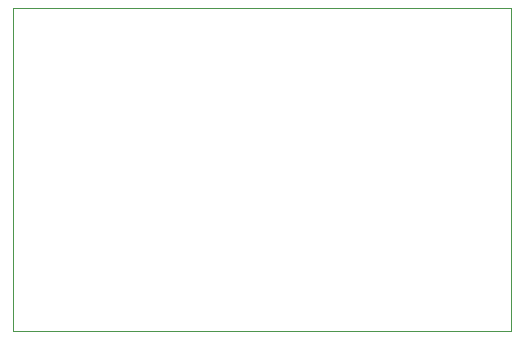
<source format=gm1>
%TF.GenerationSoftware,KiCad,Pcbnew,(5.1.9)-1*%
%TF.CreationDate,2021-04-25T09:03:39-04:00*%
%TF.ProjectId,PowerStripper,506f7765-7253-4747-9269-707065722e6b,v01*%
%TF.SameCoordinates,Original*%
%TF.FileFunction,Profile,NP*%
%FSLAX46Y46*%
G04 Gerber Fmt 4.6, Leading zero omitted, Abs format (unit mm)*
G04 Created by KiCad (PCBNEW (5.1.9)-1) date 2021-04-25 09:03:39*
%MOMM*%
%LPD*%
G01*
G04 APERTURE LIST*
%TA.AperFunction,Profile*%
%ADD10C,0.050000*%
%TD*%
G04 APERTURE END LIST*
D10*
X134747000Y-120751600D02*
X92532200Y-120751600D01*
X92532200Y-93472000D02*
X92532200Y-120751600D01*
X134747000Y-93472000D02*
X92532200Y-93472000D01*
X134747000Y-120751600D02*
X134747000Y-93472000D01*
M02*

</source>
